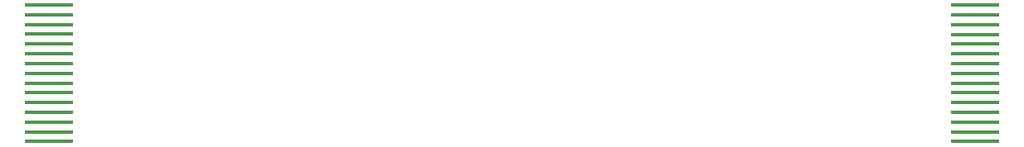
<source format=gtp>
G04 Layer: TopPasteMaskLayer*
G04 EasyEDA Pro v2.1.64.d1969c9c.217bcf, 2024-08-01 22:51:47*
G04 Gerber Generator version 0.3*
G04 Scale: 100 percent, Rotated: No, Reflected: No*
G04 Dimensions in millimeters*
G04 Leading zeros omitted, absolute positions, 3 integers and 5 decimals*
%FSLAX35Y35*%
%MOMM*%
%ADD10R,5.0X0.4*%
%ADD11R,5.0X0.4*%
G75*


G04 Pad Start*
G54D10*
G01X10329940Y-500002D03*
G01X10329600Y-600001D03*
G01X10329600Y-700001D03*
G01X10326740Y-802960D03*
G01X10329600Y-899975D03*
G01X10329600Y-999975D03*
G01X10329600Y-1100000D03*
G01X10329600Y-1200000D03*
G01X10329600Y-1300000D03*
G01X10329600Y-1400000D03*
G01X10329600Y-1500000D03*
G01X10329600Y-1599999D03*
G01X10329600Y-1699999D03*
G01X10329600Y-1799999D03*
G01X10329600Y-1899999D03*
G54D11*
G01X870060Y-1899998D03*
G01X870400Y-1799999D03*
G01X870400Y-1699999D03*
G01X873260Y-1597040D03*
G01X870400Y-1500025D03*
G01X870400Y-1400025D03*
G01X870400Y-1300000D03*
G01X870400Y-1200000D03*
G01X870400Y-1100000D03*
G01X870400Y-1000000D03*
G01X870400Y-900000D03*
G01X870400Y-800001D03*
G01X870400Y-700001D03*
G01X870400Y-600001D03*
G01X870400Y-500001D03*
G04 Pad End*

M02*

</source>
